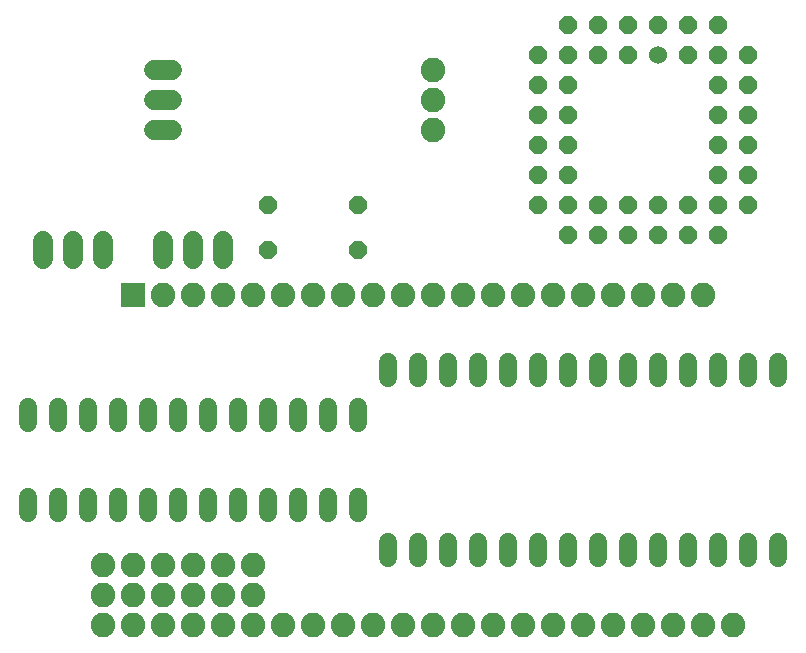
<source format=gts>
G75*
G70*
%OFA0B0*%
%FSLAX24Y24*%
%IPPOS*%
%LPD*%
%AMOC8*
5,1,8,0,0,1.08239X$1,22.5*
%
%ADD10C,0.0820*%
%ADD11C,0.0600*%
%ADD12C,0.0600*%
%ADD13OC8,0.0600*%
%ADD14C,0.0680*%
%ADD15R,0.0820X0.0820*%
D10*
X003600Y001550D03*
X004600Y001550D03*
X004600Y002550D03*
X003600Y002550D03*
X003600Y003550D03*
X004600Y003550D03*
X005600Y003550D03*
X006600Y003550D03*
X007600Y003550D03*
X008600Y003550D03*
X008600Y002550D03*
X008600Y001550D03*
X009600Y001550D03*
X010600Y001550D03*
X011600Y001550D03*
X012600Y001550D03*
X013600Y001550D03*
X014600Y001550D03*
X015600Y001550D03*
X016600Y001550D03*
X017600Y001550D03*
X018600Y001550D03*
X019600Y001550D03*
X020600Y001550D03*
X021600Y001550D03*
X022600Y001550D03*
X023600Y001550D03*
X024600Y001550D03*
X023600Y012550D03*
X022600Y012550D03*
X021600Y012550D03*
X020600Y012550D03*
X019600Y012550D03*
X018600Y012550D03*
X017600Y012550D03*
X016600Y012550D03*
X015600Y012550D03*
X014600Y012550D03*
X013600Y012550D03*
X012600Y012550D03*
X011600Y012550D03*
X010600Y012550D03*
X009600Y012550D03*
X008600Y012550D03*
X007600Y012550D03*
X006600Y012550D03*
X005600Y012550D03*
X014600Y018050D03*
X014600Y019050D03*
X014600Y020050D03*
X007600Y002550D03*
X007600Y001550D03*
X006600Y001550D03*
X005600Y001550D03*
X005600Y002550D03*
X006600Y002550D03*
D11*
X006100Y005290D02*
X006100Y005810D01*
X007100Y005810D02*
X007100Y005290D01*
X008100Y005290D02*
X008100Y005810D01*
X009100Y005810D02*
X009100Y005290D01*
X010100Y005290D02*
X010100Y005810D01*
X011100Y005810D02*
X011100Y005290D01*
X012100Y005290D02*
X012100Y005810D01*
X013100Y004310D02*
X013100Y003790D01*
X014100Y003790D02*
X014100Y004310D01*
X015100Y004310D02*
X015100Y003790D01*
X016100Y003790D02*
X016100Y004310D01*
X017100Y004310D02*
X017100Y003790D01*
X018100Y003790D02*
X018100Y004310D01*
X019100Y004310D02*
X019100Y003790D01*
X020100Y003790D02*
X020100Y004310D01*
X021100Y004310D02*
X021100Y003790D01*
X022100Y003790D02*
X022100Y004310D01*
X023100Y004310D02*
X023100Y003790D01*
X024100Y003790D02*
X024100Y004310D01*
X025100Y004310D02*
X025100Y003790D01*
X026100Y003790D02*
X026100Y004310D01*
X026100Y009790D02*
X026100Y010310D01*
X025100Y010310D02*
X025100Y009790D01*
X024100Y009790D02*
X024100Y010310D01*
X023100Y010310D02*
X023100Y009790D01*
X022100Y009790D02*
X022100Y010310D01*
X021100Y010310D02*
X021100Y009790D01*
X020100Y009790D02*
X020100Y010310D01*
X019100Y010310D02*
X019100Y009790D01*
X018100Y009790D02*
X018100Y010310D01*
X017100Y010310D02*
X017100Y009790D01*
X016100Y009790D02*
X016100Y010310D01*
X015100Y010310D02*
X015100Y009790D01*
X014100Y009790D02*
X014100Y010310D01*
X013100Y010310D02*
X013100Y009790D01*
X012100Y008810D02*
X012100Y008290D01*
X011100Y008290D02*
X011100Y008810D01*
X010100Y008810D02*
X010100Y008290D01*
X009100Y008290D02*
X009100Y008810D01*
X008100Y008810D02*
X008100Y008290D01*
X007100Y008290D02*
X007100Y008810D01*
X006100Y008810D02*
X006100Y008290D01*
X005100Y008290D02*
X005100Y008810D01*
X004100Y008810D02*
X004100Y008290D01*
X003100Y008290D02*
X003100Y008810D01*
X002100Y008810D02*
X002100Y008290D01*
X001100Y008290D02*
X001100Y008810D01*
X001100Y005810D02*
X001100Y005290D01*
X002100Y005290D02*
X002100Y005810D01*
X003100Y005810D02*
X003100Y005290D01*
X004100Y005290D02*
X004100Y005810D01*
X005100Y005810D02*
X005100Y005290D01*
D12*
X022100Y020550D03*
D13*
X021100Y020550D03*
X021100Y021550D03*
X022100Y021550D03*
X023100Y021550D03*
X023100Y020550D03*
X024100Y020550D03*
X025100Y020550D03*
X025100Y019550D03*
X024100Y019550D03*
X024100Y018550D03*
X025100Y018550D03*
X025100Y017550D03*
X024100Y017550D03*
X024100Y016550D03*
X025100Y016550D03*
X025100Y015550D03*
X024100Y015550D03*
X023100Y015550D03*
X022100Y015550D03*
X021100Y015550D03*
X020100Y015550D03*
X019100Y015550D03*
X019100Y016550D03*
X019100Y017550D03*
X019100Y018550D03*
X018100Y018550D03*
X018100Y017550D03*
X018100Y016550D03*
X018100Y015550D03*
X019100Y014550D03*
X020100Y014550D03*
X021100Y014550D03*
X022100Y014550D03*
X023100Y014550D03*
X024100Y014550D03*
X019100Y019550D03*
X019100Y020550D03*
X020100Y020550D03*
X020100Y021550D03*
X019100Y021550D03*
X018100Y020550D03*
X018100Y019550D03*
X024100Y021550D03*
X012100Y015550D03*
X012100Y014050D03*
X009100Y014050D03*
X009100Y015550D03*
D14*
X007600Y014350D02*
X007600Y013750D01*
X006600Y013750D02*
X006600Y014350D01*
X005600Y014350D02*
X005600Y013750D01*
X003600Y013750D02*
X003600Y014350D01*
X002600Y014350D02*
X002600Y013750D01*
X001600Y013750D02*
X001600Y014350D01*
X005300Y018050D02*
X005900Y018050D01*
X005900Y019050D02*
X005300Y019050D01*
X005300Y020050D02*
X005900Y020050D01*
D15*
X004600Y012550D03*
M02*

</source>
